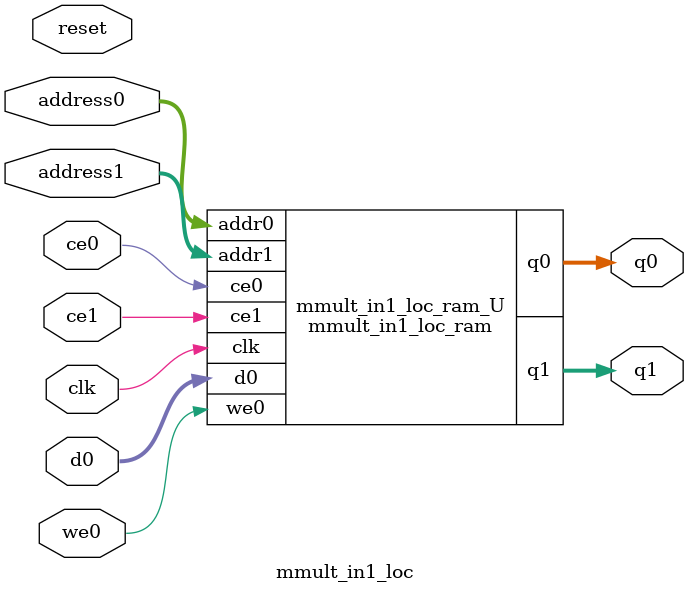
<source format=v>
`timescale 1 ns / 1 ps
module mmult_in1_loc_ram (addr0, ce0, d0, we0, q0, addr1, ce1, q1,  clk);

parameter DWIDTH = 32;
parameter AWIDTH = 12;
parameter MEM_SIZE = 4096;

input[AWIDTH-1:0] addr0;
input ce0;
input[DWIDTH-1:0] d0;
input we0;
output reg[DWIDTH-1:0] q0;
input[AWIDTH-1:0] addr1;
input ce1;
output reg[DWIDTH-1:0] q1;
input clk;

(* ram_style = "block" *)reg [DWIDTH-1:0] ram[0:MEM_SIZE-1];




always @(posedge clk)  
begin 
    if (ce0) begin
        if (we0) 
            ram[addr0] <= d0; 
        q0 <= ram[addr0];
    end
end


always @(posedge clk)  
begin 
    if (ce1) begin
        q1 <= ram[addr1];
    end
end


endmodule

`timescale 1 ns / 1 ps
module mmult_in1_loc(
    reset,
    clk,
    address0,
    ce0,
    we0,
    d0,
    q0,
    address1,
    ce1,
    q1);

parameter DataWidth = 32'd32;
parameter AddressRange = 32'd4096;
parameter AddressWidth = 32'd12;
input reset;
input clk;
input[AddressWidth - 1:0] address0;
input ce0;
input we0;
input[DataWidth - 1:0] d0;
output[DataWidth - 1:0] q0;
input[AddressWidth - 1:0] address1;
input ce1;
output[DataWidth - 1:0] q1;



mmult_in1_loc_ram mmult_in1_loc_ram_U(
    .clk( clk ),
    .addr0( address0 ),
    .ce0( ce0 ),
    .we0( we0 ),
    .d0( d0 ),
    .q0( q0 ),
    .addr1( address1 ),
    .ce1( ce1 ),
    .q1( q1 ));

endmodule


</source>
